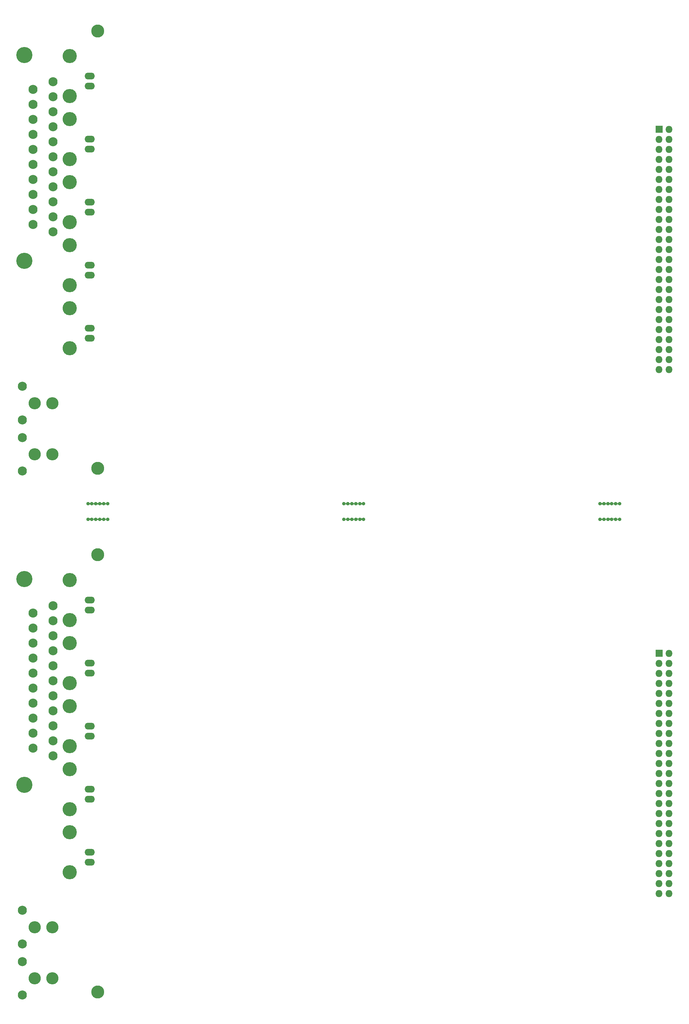
<source format=gbr>
G04 #@! TF.GenerationSoftware,KiCad,Pcbnew,(5.1.8)-1*
G04 #@! TF.CreationDate,2021-01-21T14:16:05+13:00*
G04 #@! TF.ProjectId,output.JVCardx4,6f757470-7574-42e4-9a56-436172647834,rev?*
G04 #@! TF.SameCoordinates,Original*
G04 #@! TF.FileFunction,Soldermask,Bot*
G04 #@! TF.FilePolarity,Negative*
%FSLAX46Y46*%
G04 Gerber Fmt 4.6, Leading zero omitted, Abs format (unit mm)*
G04 Created by KiCad (PCBNEW (5.1.8)-1) date 2021-01-21 14:16:06*
%MOMM*%
%LPD*%
G01*
G04 APERTURE LIST*
%ADD10O,3.102000X3.102000*%
%ADD11C,2.302000*%
%ADD12C,3.302000*%
%ADD13O,1.802000X1.802000*%
%ADD14O,2.602000X1.702000*%
%ADD15O,3.602000X3.602000*%
%ADD16C,4.102000*%
%ADD17C,0.902000*%
%ADD18C,0.100000*%
G04 APERTURE END LIST*
D10*
X21500000Y-250000000D03*
X17000000Y-250000000D03*
D11*
X13850000Y-245750000D03*
X13850000Y-254250000D03*
D12*
X33000000Y-155500000D03*
G36*
G01*
X174599000Y-181350000D02*
X174599000Y-179650000D01*
G75*
G02*
X174650000Y-179599000I51000J0D01*
G01*
X176350000Y-179599000D01*
G75*
G02*
X176401000Y-179650000I0J-51000D01*
G01*
X176401000Y-181350000D01*
G75*
G02*
X176350000Y-181401000I-51000J0D01*
G01*
X174650000Y-181401000D01*
G75*
G02*
X174599000Y-181350000I0J51000D01*
G01*
G37*
D13*
X178040000Y-180500000D03*
X175500000Y-183040000D03*
X178040000Y-183040000D03*
X175500000Y-185580000D03*
X178040000Y-185580000D03*
X175500000Y-188120000D03*
X178040000Y-188120000D03*
X175500000Y-190660000D03*
X178040000Y-190660000D03*
X175500000Y-193200000D03*
X178040000Y-193200000D03*
X175500000Y-195740000D03*
X178040000Y-195740000D03*
X175500000Y-198280000D03*
X178040000Y-198280000D03*
X175500000Y-200820000D03*
X178040000Y-200820000D03*
X175500000Y-203360000D03*
X178040000Y-203360000D03*
X175500000Y-205900000D03*
X178040000Y-205900000D03*
X175500000Y-208440000D03*
X178040000Y-208440000D03*
X175500000Y-210980000D03*
X178040000Y-210980000D03*
X175500000Y-213520000D03*
X178040000Y-213520000D03*
X175500000Y-216060000D03*
X178040000Y-216060000D03*
X175500000Y-218600000D03*
X178040000Y-218600000D03*
X175500000Y-221140000D03*
X178040000Y-221140000D03*
X175500000Y-223680000D03*
X178040000Y-223680000D03*
X175500000Y-226220000D03*
X178040000Y-226220000D03*
X175500000Y-228760000D03*
X178040000Y-228760000D03*
X175500000Y-231300000D03*
X178040000Y-231300000D03*
X175500000Y-233840000D03*
X178040000Y-233840000D03*
X175500000Y-236380000D03*
X178040000Y-236380000D03*
X175500000Y-238920000D03*
X178040000Y-238920000D03*
X175500000Y-241460000D03*
X178040000Y-241460000D03*
D12*
X33000000Y-266500000D03*
D10*
X21500000Y-263000000D03*
X17000000Y-263000000D03*
D11*
X13850000Y-258750000D03*
X13850000Y-267250000D03*
D14*
X31000000Y-217540000D03*
X31000000Y-215000000D03*
D15*
X25920000Y-209920000D03*
X25920000Y-220080000D03*
D14*
X31000000Y-201540000D03*
X31000000Y-199000000D03*
D15*
X25920000Y-193920000D03*
X25920000Y-204080000D03*
D11*
X21680000Y-206515000D03*
X21680000Y-168415000D03*
X16600000Y-174130000D03*
X21680000Y-172225000D03*
X16600000Y-177940000D03*
X21680000Y-176035000D03*
X16600000Y-181750000D03*
X21680000Y-179845000D03*
X16600000Y-170320000D03*
X21680000Y-183655000D03*
X16600000Y-185560000D03*
X21680000Y-187465000D03*
X16600000Y-189370000D03*
X21680000Y-191275000D03*
X16600000Y-193180000D03*
X21680000Y-195085000D03*
X16600000Y-196990000D03*
X21680000Y-198895000D03*
X16600000Y-200800000D03*
X21680000Y-202705000D03*
X16600000Y-204610000D03*
D16*
X14400000Y-161610000D03*
X14400000Y-213880000D03*
D14*
X31000000Y-185540000D03*
X31000000Y-183000000D03*
D15*
X25920000Y-177920000D03*
X25920000Y-188080000D03*
D14*
X31000000Y-169540000D03*
X31000000Y-167000000D03*
D15*
X25920000Y-161920000D03*
X25920000Y-172080000D03*
D14*
X31000000Y-233540000D03*
X31000000Y-231000000D03*
D15*
X25920000Y-225920000D03*
X25920000Y-236080000D03*
X25920000Y-103080000D03*
X25920000Y-92920000D03*
D14*
X31000000Y-98000000D03*
X31000000Y-100540000D03*
D15*
X25920000Y-39080000D03*
X25920000Y-28920000D03*
D14*
X31000000Y-34000000D03*
X31000000Y-36540000D03*
D15*
X25920000Y-87080000D03*
X25920000Y-76920000D03*
D14*
X31000000Y-82000000D03*
X31000000Y-84540000D03*
D15*
X25920000Y-55080000D03*
X25920000Y-44920000D03*
D14*
X31000000Y-50000000D03*
X31000000Y-52540000D03*
D15*
X25920000Y-71080000D03*
X25920000Y-60920000D03*
D14*
X31000000Y-66000000D03*
X31000000Y-68540000D03*
D16*
X14400000Y-80880000D03*
X14400000Y-28610000D03*
D11*
X16600000Y-71610000D03*
X21680000Y-69705000D03*
X16600000Y-67800000D03*
X21680000Y-65895000D03*
X16600000Y-63990000D03*
X21680000Y-62085000D03*
X16600000Y-60180000D03*
X21680000Y-58275000D03*
X16600000Y-56370000D03*
X21680000Y-54465000D03*
X16600000Y-52560000D03*
X21680000Y-50655000D03*
X16600000Y-37320000D03*
X21680000Y-46845000D03*
X16600000Y-48750000D03*
X21680000Y-43035000D03*
X16600000Y-44940000D03*
X21680000Y-39225000D03*
X16600000Y-41130000D03*
X21680000Y-35415000D03*
X21680000Y-73515000D03*
X13850000Y-134250000D03*
X13850000Y-125750000D03*
D10*
X17000000Y-130000000D03*
X21500000Y-130000000D03*
D11*
X13850000Y-121250000D03*
X13850000Y-112750000D03*
D10*
X17000000Y-117000000D03*
X21500000Y-117000000D03*
D13*
X178040000Y-108460000D03*
X175500000Y-108460000D03*
X178040000Y-105920000D03*
X175500000Y-105920000D03*
X178040000Y-103380000D03*
X175500000Y-103380000D03*
X178040000Y-100840000D03*
X175500000Y-100840000D03*
X178040000Y-98300000D03*
X175500000Y-98300000D03*
X178040000Y-95760000D03*
X175500000Y-95760000D03*
X178040000Y-93220000D03*
X175500000Y-93220000D03*
X178040000Y-90680000D03*
X175500000Y-90680000D03*
X178040000Y-88140000D03*
X175500000Y-88140000D03*
X178040000Y-85600000D03*
X175500000Y-85600000D03*
X178040000Y-83060000D03*
X175500000Y-83060000D03*
X178040000Y-80520000D03*
X175500000Y-80520000D03*
X178040000Y-77980000D03*
X175500000Y-77980000D03*
X178040000Y-75440000D03*
X175500000Y-75440000D03*
X178040000Y-72900000D03*
X175500000Y-72900000D03*
X178040000Y-70360000D03*
X175500000Y-70360000D03*
X178040000Y-67820000D03*
X175500000Y-67820000D03*
X178040000Y-65280000D03*
X175500000Y-65280000D03*
X178040000Y-62740000D03*
X175500000Y-62740000D03*
X178040000Y-60200000D03*
X175500000Y-60200000D03*
X178040000Y-57660000D03*
X175500000Y-57660000D03*
X178040000Y-55120000D03*
X175500000Y-55120000D03*
X178040000Y-52580000D03*
X175500000Y-52580000D03*
X178040000Y-50040000D03*
X175500000Y-50040000D03*
X178040000Y-47500000D03*
G36*
G01*
X174599000Y-48350000D02*
X174599000Y-46650000D01*
G75*
G02*
X174650000Y-46599000I51000J0D01*
G01*
X176350000Y-46599000D01*
G75*
G02*
X176401000Y-46650000I0J-51000D01*
G01*
X176401000Y-48350000D01*
G75*
G02*
X176350000Y-48401000I-51000J0D01*
G01*
X174650000Y-48401000D01*
G75*
G02*
X174599000Y-48350000I0J51000D01*
G01*
G37*
D12*
X33000000Y-22500000D03*
X33000000Y-133500000D03*
D17*
X95499950Y-142550000D03*
X96499970Y-142550000D03*
X97499990Y-142550000D03*
X98500010Y-142550000D03*
X99500030Y-142550000D03*
X100500050Y-142550000D03*
X100500050Y-146450000D03*
X99500030Y-146450000D03*
X98500010Y-146450000D03*
X97499990Y-146450000D03*
X96499970Y-146450000D03*
X95499950Y-146450000D03*
X160500002Y-142550000D03*
X161500005Y-142550000D03*
X162500008Y-142550000D03*
X163500011Y-142550000D03*
X164500014Y-142550000D03*
X165500017Y-142550000D03*
X165500020Y-146450000D03*
X164500017Y-146450000D03*
X163500014Y-146450000D03*
X162500011Y-146450000D03*
X161500008Y-146450000D03*
X160500005Y-146450000D03*
X30499980Y-142550000D03*
X31499983Y-142550000D03*
X32499986Y-142550000D03*
X33499989Y-142550000D03*
X34499992Y-142550000D03*
X35499995Y-142550000D03*
X35499998Y-146450000D03*
X34499995Y-146450000D03*
X33499992Y-146450000D03*
X32499989Y-146450000D03*
X31499986Y-146450000D03*
X30499983Y-146450000D03*
D18*
G36*
X163899820Y-146237373D02*
G01*
X163913050Y-146253493D01*
X163931687Y-146268789D01*
X163952951Y-146280153D01*
X163976026Y-146287153D01*
X164000017Y-146289516D01*
X164024008Y-146287153D01*
X164047083Y-146280153D01*
X164068347Y-146268787D01*
X164086983Y-146253492D01*
X164100209Y-146237376D01*
X164102081Y-146236672D01*
X164103627Y-146237941D01*
X164103603Y-146239410D01*
X164070361Y-146319664D01*
X164053189Y-146405993D01*
X164053189Y-146494007D01*
X164070361Y-146580336D01*
X164103603Y-146660590D01*
X164103342Y-146662573D01*
X164101494Y-146663338D01*
X164100209Y-146662624D01*
X164086983Y-146646507D01*
X164068346Y-146631212D01*
X164047082Y-146619847D01*
X164024007Y-146612847D01*
X164000016Y-146610484D01*
X163976025Y-146612847D01*
X163952950Y-146619847D01*
X163931686Y-146631212D01*
X163913049Y-146646507D01*
X163899821Y-146662627D01*
X163897949Y-146663331D01*
X163896403Y-146662063D01*
X163896427Y-146660593D01*
X163929670Y-146580336D01*
X163946842Y-146494007D01*
X163946842Y-146405993D01*
X163929670Y-146319664D01*
X163896426Y-146239407D01*
X163896687Y-146237424D01*
X163898535Y-146236659D01*
X163899820Y-146237373D01*
G37*
G36*
X161899814Y-146237373D02*
G01*
X161913044Y-146253493D01*
X161931681Y-146268789D01*
X161952945Y-146280153D01*
X161976020Y-146287153D01*
X162000011Y-146289516D01*
X162024002Y-146287153D01*
X162047077Y-146280153D01*
X162068341Y-146268787D01*
X162086977Y-146253492D01*
X162100203Y-146237376D01*
X162102075Y-146236672D01*
X162103621Y-146237941D01*
X162103597Y-146239410D01*
X162070355Y-146319664D01*
X162053183Y-146405993D01*
X162053183Y-146494007D01*
X162070355Y-146580336D01*
X162103597Y-146660590D01*
X162103336Y-146662573D01*
X162101488Y-146663338D01*
X162100203Y-146662624D01*
X162086977Y-146646507D01*
X162068340Y-146631212D01*
X162047076Y-146619847D01*
X162024001Y-146612847D01*
X162000010Y-146610484D01*
X161976019Y-146612847D01*
X161952944Y-146619847D01*
X161931680Y-146631212D01*
X161913043Y-146646507D01*
X161899815Y-146662627D01*
X161897943Y-146663331D01*
X161896397Y-146662063D01*
X161896421Y-146660593D01*
X161929664Y-146580336D01*
X161946836Y-146494007D01*
X161946836Y-146405993D01*
X161929664Y-146319664D01*
X161896420Y-146239407D01*
X161896681Y-146237424D01*
X161898529Y-146236659D01*
X161899814Y-146237373D01*
G37*
G36*
X31899792Y-146237373D02*
G01*
X31913022Y-146253493D01*
X31931659Y-146268789D01*
X31952923Y-146280153D01*
X31975998Y-146287153D01*
X31999989Y-146289516D01*
X32023980Y-146287153D01*
X32047055Y-146280153D01*
X32068319Y-146268787D01*
X32086955Y-146253492D01*
X32100181Y-146237376D01*
X32102053Y-146236672D01*
X32103599Y-146237941D01*
X32103575Y-146239410D01*
X32070333Y-146319664D01*
X32053161Y-146405993D01*
X32053161Y-146494007D01*
X32070333Y-146580336D01*
X32103575Y-146660590D01*
X32103314Y-146662573D01*
X32101466Y-146663338D01*
X32100181Y-146662624D01*
X32086955Y-146646507D01*
X32068318Y-146631212D01*
X32047054Y-146619847D01*
X32023979Y-146612847D01*
X31999988Y-146610484D01*
X31975997Y-146612847D01*
X31952922Y-146619847D01*
X31931658Y-146631212D01*
X31913021Y-146646507D01*
X31899793Y-146662627D01*
X31897921Y-146663331D01*
X31896375Y-146662063D01*
X31896399Y-146660593D01*
X31929642Y-146580336D01*
X31946814Y-146494007D01*
X31946814Y-146405993D01*
X31929642Y-146319664D01*
X31896398Y-146239407D01*
X31896659Y-146237424D01*
X31898507Y-146236659D01*
X31899792Y-146237373D01*
G37*
G36*
X30899789Y-146237373D02*
G01*
X30913019Y-146253493D01*
X30931656Y-146268789D01*
X30952920Y-146280153D01*
X30975995Y-146287153D01*
X30999986Y-146289516D01*
X31023977Y-146287153D01*
X31047052Y-146280153D01*
X31068316Y-146268787D01*
X31086952Y-146253492D01*
X31100178Y-146237376D01*
X31102050Y-146236672D01*
X31103596Y-146237941D01*
X31103572Y-146239410D01*
X31070330Y-146319664D01*
X31053158Y-146405993D01*
X31053158Y-146494007D01*
X31070330Y-146580336D01*
X31103572Y-146660590D01*
X31103311Y-146662573D01*
X31101463Y-146663338D01*
X31100178Y-146662624D01*
X31086952Y-146646507D01*
X31068315Y-146631212D01*
X31047051Y-146619847D01*
X31023976Y-146612847D01*
X30999985Y-146610484D01*
X30975994Y-146612847D01*
X30952919Y-146619847D01*
X30931655Y-146631212D01*
X30913018Y-146646507D01*
X30899790Y-146662627D01*
X30897918Y-146663331D01*
X30896372Y-146662063D01*
X30896396Y-146660593D01*
X30929639Y-146580336D01*
X30946811Y-146494007D01*
X30946811Y-146405993D01*
X30929639Y-146319664D01*
X30896395Y-146239407D01*
X30896656Y-146237424D01*
X30898504Y-146236659D01*
X30899789Y-146237373D01*
G37*
G36*
X162899817Y-146237373D02*
G01*
X162913047Y-146253493D01*
X162931684Y-146268789D01*
X162952948Y-146280153D01*
X162976023Y-146287153D01*
X163000014Y-146289516D01*
X163024005Y-146287153D01*
X163047080Y-146280153D01*
X163068344Y-146268787D01*
X163086980Y-146253492D01*
X163100206Y-146237376D01*
X163102078Y-146236672D01*
X163103624Y-146237941D01*
X163103600Y-146239410D01*
X163070358Y-146319664D01*
X163053186Y-146405993D01*
X163053186Y-146494007D01*
X163070358Y-146580336D01*
X163103600Y-146660590D01*
X163103339Y-146662573D01*
X163101491Y-146663338D01*
X163100206Y-146662624D01*
X163086980Y-146646507D01*
X163068343Y-146631212D01*
X163047079Y-146619847D01*
X163024004Y-146612847D01*
X163000013Y-146610484D01*
X162976022Y-146612847D01*
X162952947Y-146619847D01*
X162931683Y-146631212D01*
X162913046Y-146646507D01*
X162899818Y-146662627D01*
X162897946Y-146663331D01*
X162896400Y-146662063D01*
X162896424Y-146660593D01*
X162929667Y-146580336D01*
X162946839Y-146494007D01*
X162946839Y-146405993D01*
X162929667Y-146319664D01*
X162896423Y-146239407D01*
X162896684Y-146237424D01*
X162898532Y-146236659D01*
X162899817Y-146237373D01*
G37*
G36*
X33899798Y-146237373D02*
G01*
X33913028Y-146253493D01*
X33931665Y-146268789D01*
X33952929Y-146280153D01*
X33976004Y-146287153D01*
X33999995Y-146289516D01*
X34023986Y-146287153D01*
X34047061Y-146280153D01*
X34068325Y-146268787D01*
X34086961Y-146253492D01*
X34100187Y-146237376D01*
X34102059Y-146236672D01*
X34103605Y-146237941D01*
X34103581Y-146239410D01*
X34070339Y-146319664D01*
X34053167Y-146405993D01*
X34053167Y-146494007D01*
X34070339Y-146580336D01*
X34103581Y-146660590D01*
X34103320Y-146662573D01*
X34101472Y-146663338D01*
X34100187Y-146662624D01*
X34086961Y-146646507D01*
X34068324Y-146631212D01*
X34047060Y-146619847D01*
X34023985Y-146612847D01*
X33999994Y-146610484D01*
X33976003Y-146612847D01*
X33952928Y-146619847D01*
X33931664Y-146631212D01*
X33913027Y-146646507D01*
X33899799Y-146662627D01*
X33897927Y-146663331D01*
X33896381Y-146662063D01*
X33896405Y-146660593D01*
X33929648Y-146580336D01*
X33946820Y-146494007D01*
X33946820Y-146405993D01*
X33929648Y-146319664D01*
X33896404Y-146239407D01*
X33896665Y-146237424D01*
X33898513Y-146236659D01*
X33899798Y-146237373D01*
G37*
G36*
X160899811Y-146237373D02*
G01*
X160913041Y-146253493D01*
X160931678Y-146268789D01*
X160952942Y-146280153D01*
X160976017Y-146287153D01*
X161000008Y-146289516D01*
X161023999Y-146287153D01*
X161047074Y-146280153D01*
X161068338Y-146268787D01*
X161086974Y-146253492D01*
X161100200Y-146237376D01*
X161102072Y-146236672D01*
X161103618Y-146237941D01*
X161103594Y-146239410D01*
X161070352Y-146319664D01*
X161053180Y-146405993D01*
X161053180Y-146494007D01*
X161070352Y-146580336D01*
X161103594Y-146660590D01*
X161103333Y-146662573D01*
X161101485Y-146663338D01*
X161100200Y-146662624D01*
X161086974Y-146646507D01*
X161068337Y-146631212D01*
X161047073Y-146619847D01*
X161023998Y-146612847D01*
X161000007Y-146610484D01*
X160976016Y-146612847D01*
X160952941Y-146619847D01*
X160931677Y-146631212D01*
X160913040Y-146646507D01*
X160899812Y-146662627D01*
X160897940Y-146663331D01*
X160896394Y-146662063D01*
X160896418Y-146660593D01*
X160929661Y-146580336D01*
X160946833Y-146494007D01*
X160946833Y-146405993D01*
X160929661Y-146319664D01*
X160896417Y-146239407D01*
X160896678Y-146237424D01*
X160898526Y-146236659D01*
X160899811Y-146237373D01*
G37*
G36*
X34899801Y-146237373D02*
G01*
X34913031Y-146253493D01*
X34931668Y-146268789D01*
X34952932Y-146280153D01*
X34976007Y-146287153D01*
X34999998Y-146289516D01*
X35023989Y-146287153D01*
X35047064Y-146280153D01*
X35068328Y-146268787D01*
X35086964Y-146253492D01*
X35100190Y-146237376D01*
X35102062Y-146236672D01*
X35103608Y-146237941D01*
X35103584Y-146239410D01*
X35070342Y-146319664D01*
X35053170Y-146405993D01*
X35053170Y-146494007D01*
X35070342Y-146580336D01*
X35103584Y-146660590D01*
X35103323Y-146662573D01*
X35101475Y-146663338D01*
X35100190Y-146662624D01*
X35086964Y-146646507D01*
X35068327Y-146631212D01*
X35047063Y-146619847D01*
X35023988Y-146612847D01*
X34999997Y-146610484D01*
X34976006Y-146612847D01*
X34952931Y-146619847D01*
X34931667Y-146631212D01*
X34913030Y-146646507D01*
X34899802Y-146662627D01*
X34897930Y-146663331D01*
X34896384Y-146662063D01*
X34896408Y-146660593D01*
X34929651Y-146580336D01*
X34946823Y-146494007D01*
X34946823Y-146405993D01*
X34929651Y-146319664D01*
X34896407Y-146239407D01*
X34896668Y-146237424D01*
X34898516Y-146236659D01*
X34899801Y-146237373D01*
G37*
G36*
X32899795Y-146237373D02*
G01*
X32913025Y-146253493D01*
X32931662Y-146268789D01*
X32952926Y-146280153D01*
X32976001Y-146287153D01*
X32999992Y-146289516D01*
X33023983Y-146287153D01*
X33047058Y-146280153D01*
X33068322Y-146268787D01*
X33086958Y-146253492D01*
X33100184Y-146237376D01*
X33102056Y-146236672D01*
X33103602Y-146237941D01*
X33103578Y-146239410D01*
X33070336Y-146319664D01*
X33053164Y-146405993D01*
X33053164Y-146494007D01*
X33070336Y-146580336D01*
X33103578Y-146660590D01*
X33103317Y-146662573D01*
X33101469Y-146663338D01*
X33100184Y-146662624D01*
X33086958Y-146646507D01*
X33068321Y-146631212D01*
X33047057Y-146619847D01*
X33023982Y-146612847D01*
X32999991Y-146610484D01*
X32976000Y-146612847D01*
X32952925Y-146619847D01*
X32931661Y-146631212D01*
X32913024Y-146646507D01*
X32899796Y-146662627D01*
X32897924Y-146663331D01*
X32896378Y-146662063D01*
X32896402Y-146660593D01*
X32929645Y-146580336D01*
X32946817Y-146494007D01*
X32946817Y-146405993D01*
X32929645Y-146319664D01*
X32896401Y-146239407D01*
X32896662Y-146237424D01*
X32898510Y-146236659D01*
X32899795Y-146237373D01*
G37*
G36*
X164899823Y-146237373D02*
G01*
X164913053Y-146253493D01*
X164931690Y-146268789D01*
X164952954Y-146280153D01*
X164976029Y-146287153D01*
X165000020Y-146289516D01*
X165024011Y-146287153D01*
X165047086Y-146280153D01*
X165068350Y-146268787D01*
X165086986Y-146253492D01*
X165100212Y-146237376D01*
X165102084Y-146236672D01*
X165103630Y-146237941D01*
X165103606Y-146239410D01*
X165070364Y-146319664D01*
X165053192Y-146405993D01*
X165053192Y-146494007D01*
X165070364Y-146580336D01*
X165103606Y-146660590D01*
X165103345Y-146662573D01*
X165101497Y-146663338D01*
X165100212Y-146662624D01*
X165086986Y-146646507D01*
X165068349Y-146631212D01*
X165047085Y-146619847D01*
X165024010Y-146612847D01*
X165000019Y-146610484D01*
X164976028Y-146612847D01*
X164952953Y-146619847D01*
X164931689Y-146631212D01*
X164913052Y-146646507D01*
X164899824Y-146662627D01*
X164897952Y-146663331D01*
X164896406Y-146662063D01*
X164896430Y-146660593D01*
X164929673Y-146580336D01*
X164946845Y-146494007D01*
X164946845Y-146405993D01*
X164929673Y-146319664D01*
X164896429Y-146239407D01*
X164896690Y-146237424D01*
X164898538Y-146236659D01*
X164899823Y-146237373D01*
G37*
G36*
X99899839Y-146237380D02*
G01*
X99913074Y-146253506D01*
X99931711Y-146268801D01*
X99952974Y-146280166D01*
X99976049Y-146287166D01*
X100000040Y-146289529D01*
X100024032Y-146287166D01*
X100047106Y-146280166D01*
X100068370Y-146268801D01*
X100087007Y-146253505D01*
X100100241Y-146237380D01*
X100102113Y-146236676D01*
X100103659Y-146237945D01*
X100103635Y-146239414D01*
X100070394Y-146319664D01*
X100053222Y-146405993D01*
X100053222Y-146494007D01*
X100070394Y-146580336D01*
X100103635Y-146660586D01*
X100103374Y-146662569D01*
X100101526Y-146663334D01*
X100100241Y-146662620D01*
X100087006Y-146646494D01*
X100068369Y-146631199D01*
X100047106Y-146619834D01*
X100024031Y-146612834D01*
X100000040Y-146610471D01*
X99976048Y-146612834D01*
X99952974Y-146619834D01*
X99931710Y-146631199D01*
X99913073Y-146646495D01*
X99899839Y-146662620D01*
X99897967Y-146663324D01*
X99896421Y-146662055D01*
X99896445Y-146660586D01*
X99929686Y-146580336D01*
X99946858Y-146494007D01*
X99946858Y-146405993D01*
X99929686Y-146319664D01*
X99896445Y-146239414D01*
X99896706Y-146237431D01*
X99898554Y-146236666D01*
X99899839Y-146237380D01*
G37*
G36*
X97899799Y-146237380D02*
G01*
X97913034Y-146253506D01*
X97931671Y-146268801D01*
X97952934Y-146280166D01*
X97976009Y-146287166D01*
X98000000Y-146289529D01*
X98023992Y-146287166D01*
X98047066Y-146280166D01*
X98068330Y-146268801D01*
X98086967Y-146253505D01*
X98100201Y-146237380D01*
X98102073Y-146236676D01*
X98103619Y-146237945D01*
X98103595Y-146239414D01*
X98070354Y-146319664D01*
X98053182Y-146405993D01*
X98053182Y-146494007D01*
X98070354Y-146580336D01*
X98103595Y-146660586D01*
X98103334Y-146662569D01*
X98101486Y-146663334D01*
X98100201Y-146662620D01*
X98086966Y-146646494D01*
X98068329Y-146631199D01*
X98047066Y-146619834D01*
X98023991Y-146612834D01*
X98000000Y-146610471D01*
X97976008Y-146612834D01*
X97952934Y-146619834D01*
X97931670Y-146631199D01*
X97913033Y-146646495D01*
X97899799Y-146662620D01*
X97897927Y-146663324D01*
X97896381Y-146662055D01*
X97896405Y-146660586D01*
X97929646Y-146580336D01*
X97946818Y-146494007D01*
X97946818Y-146405993D01*
X97929646Y-146319664D01*
X97896405Y-146239414D01*
X97896666Y-146237431D01*
X97898514Y-146236666D01*
X97899799Y-146237380D01*
G37*
G36*
X95899759Y-146237380D02*
G01*
X95912994Y-146253506D01*
X95931631Y-146268801D01*
X95952894Y-146280166D01*
X95975969Y-146287166D01*
X95999960Y-146289529D01*
X96023952Y-146287166D01*
X96047026Y-146280166D01*
X96068290Y-146268801D01*
X96086927Y-146253505D01*
X96100161Y-146237380D01*
X96102033Y-146236676D01*
X96103579Y-146237945D01*
X96103555Y-146239414D01*
X96070314Y-146319664D01*
X96053142Y-146405993D01*
X96053142Y-146494007D01*
X96070314Y-146580336D01*
X96103555Y-146660586D01*
X96103294Y-146662569D01*
X96101446Y-146663334D01*
X96100161Y-146662620D01*
X96086926Y-146646494D01*
X96068289Y-146631199D01*
X96047026Y-146619834D01*
X96023951Y-146612834D01*
X95999960Y-146610471D01*
X95975968Y-146612834D01*
X95952894Y-146619834D01*
X95931630Y-146631199D01*
X95912993Y-146646495D01*
X95899759Y-146662620D01*
X95897887Y-146663324D01*
X95896341Y-146662055D01*
X95896365Y-146660586D01*
X95929606Y-146580336D01*
X95946778Y-146494007D01*
X95946778Y-146405993D01*
X95929606Y-146319664D01*
X95896365Y-146239414D01*
X95896626Y-146237431D01*
X95898474Y-146236666D01*
X95899759Y-146237380D01*
G37*
G36*
X98899819Y-146237380D02*
G01*
X98913054Y-146253506D01*
X98931691Y-146268801D01*
X98952954Y-146280166D01*
X98976029Y-146287166D01*
X99000020Y-146289529D01*
X99024012Y-146287166D01*
X99047086Y-146280166D01*
X99068350Y-146268801D01*
X99086987Y-146253505D01*
X99100221Y-146237380D01*
X99102093Y-146236676D01*
X99103639Y-146237945D01*
X99103615Y-146239414D01*
X99070374Y-146319664D01*
X99053202Y-146405993D01*
X99053202Y-146494007D01*
X99070374Y-146580336D01*
X99103615Y-146660586D01*
X99103354Y-146662569D01*
X99101506Y-146663334D01*
X99100221Y-146662620D01*
X99086986Y-146646494D01*
X99068349Y-146631199D01*
X99047086Y-146619834D01*
X99024011Y-146612834D01*
X99000020Y-146610471D01*
X98976028Y-146612834D01*
X98952954Y-146619834D01*
X98931690Y-146631199D01*
X98913053Y-146646495D01*
X98899819Y-146662620D01*
X98897947Y-146663324D01*
X98896401Y-146662055D01*
X98896425Y-146660586D01*
X98929666Y-146580336D01*
X98946838Y-146494007D01*
X98946838Y-146405993D01*
X98929666Y-146319664D01*
X98896425Y-146239414D01*
X98896686Y-146237431D01*
X98898534Y-146236666D01*
X98899819Y-146237380D01*
G37*
G36*
X96899779Y-146237380D02*
G01*
X96913014Y-146253506D01*
X96931651Y-146268801D01*
X96952914Y-146280166D01*
X96975989Y-146287166D01*
X96999980Y-146289529D01*
X97023972Y-146287166D01*
X97047046Y-146280166D01*
X97068310Y-146268801D01*
X97086947Y-146253505D01*
X97100181Y-146237380D01*
X97102053Y-146236676D01*
X97103599Y-146237945D01*
X97103575Y-146239414D01*
X97070334Y-146319664D01*
X97053162Y-146405993D01*
X97053162Y-146494007D01*
X97070334Y-146580336D01*
X97103575Y-146660586D01*
X97103314Y-146662569D01*
X97101466Y-146663334D01*
X97100181Y-146662620D01*
X97086946Y-146646494D01*
X97068309Y-146631199D01*
X97047046Y-146619834D01*
X97023971Y-146612834D01*
X96999980Y-146610471D01*
X96975988Y-146612834D01*
X96952914Y-146619834D01*
X96931650Y-146631199D01*
X96913013Y-146646495D01*
X96899779Y-146662620D01*
X96897907Y-146663324D01*
X96896361Y-146662055D01*
X96896385Y-146660586D01*
X96929626Y-146580336D01*
X96946798Y-146494007D01*
X96946798Y-146405993D01*
X96929626Y-146319664D01*
X96896385Y-146239414D01*
X96896646Y-146237431D01*
X96898494Y-146236666D01*
X96899779Y-146237380D01*
G37*
G36*
X34899798Y-142337373D02*
G01*
X34913028Y-142353493D01*
X34931665Y-142368789D01*
X34952929Y-142380153D01*
X34976004Y-142387153D01*
X34999995Y-142389516D01*
X35023986Y-142387153D01*
X35047061Y-142380153D01*
X35068325Y-142368787D01*
X35086961Y-142353492D01*
X35100187Y-142337376D01*
X35102059Y-142336672D01*
X35103605Y-142337941D01*
X35103581Y-142339410D01*
X35070339Y-142419664D01*
X35053167Y-142505993D01*
X35053167Y-142594007D01*
X35070339Y-142680336D01*
X35103581Y-142760590D01*
X35103320Y-142762573D01*
X35101472Y-142763338D01*
X35100187Y-142762624D01*
X35086961Y-142746507D01*
X35068324Y-142731212D01*
X35047060Y-142719847D01*
X35023985Y-142712847D01*
X34999994Y-142710484D01*
X34976003Y-142712847D01*
X34952928Y-142719847D01*
X34931664Y-142731212D01*
X34913027Y-142746507D01*
X34899799Y-142762627D01*
X34897927Y-142763331D01*
X34896381Y-142762063D01*
X34896405Y-142760593D01*
X34929648Y-142680336D01*
X34946820Y-142594007D01*
X34946820Y-142505993D01*
X34929648Y-142419664D01*
X34896404Y-142339407D01*
X34896665Y-142337424D01*
X34898513Y-142336659D01*
X34899798Y-142337373D01*
G37*
G36*
X161899811Y-142337373D02*
G01*
X161913041Y-142353493D01*
X161931678Y-142368789D01*
X161952942Y-142380153D01*
X161976017Y-142387153D01*
X162000008Y-142389516D01*
X162023999Y-142387153D01*
X162047074Y-142380153D01*
X162068338Y-142368787D01*
X162086974Y-142353492D01*
X162100200Y-142337376D01*
X162102072Y-142336672D01*
X162103618Y-142337941D01*
X162103594Y-142339410D01*
X162070352Y-142419664D01*
X162053180Y-142505993D01*
X162053180Y-142594007D01*
X162070352Y-142680336D01*
X162103594Y-142760590D01*
X162103333Y-142762573D01*
X162101485Y-142763338D01*
X162100200Y-142762624D01*
X162086974Y-142746507D01*
X162068337Y-142731212D01*
X162047073Y-142719847D01*
X162023998Y-142712847D01*
X162000007Y-142710484D01*
X161976016Y-142712847D01*
X161952941Y-142719847D01*
X161931677Y-142731212D01*
X161913040Y-142746507D01*
X161899812Y-142762627D01*
X161897940Y-142763331D01*
X161896394Y-142762063D01*
X161896418Y-142760593D01*
X161929661Y-142680336D01*
X161946833Y-142594007D01*
X161946833Y-142505993D01*
X161929661Y-142419664D01*
X161896417Y-142339407D01*
X161896678Y-142337424D01*
X161898526Y-142336659D01*
X161899811Y-142337373D01*
G37*
G36*
X163899817Y-142337373D02*
G01*
X163913047Y-142353493D01*
X163931684Y-142368789D01*
X163952948Y-142380153D01*
X163976023Y-142387153D01*
X164000014Y-142389516D01*
X164024005Y-142387153D01*
X164047080Y-142380153D01*
X164068344Y-142368787D01*
X164086980Y-142353492D01*
X164100206Y-142337376D01*
X164102078Y-142336672D01*
X164103624Y-142337941D01*
X164103600Y-142339410D01*
X164070358Y-142419664D01*
X164053186Y-142505993D01*
X164053186Y-142594007D01*
X164070358Y-142680336D01*
X164103600Y-142760590D01*
X164103339Y-142762573D01*
X164101491Y-142763338D01*
X164100206Y-142762624D01*
X164086980Y-142746507D01*
X164068343Y-142731212D01*
X164047079Y-142719847D01*
X164024004Y-142712847D01*
X164000013Y-142710484D01*
X163976022Y-142712847D01*
X163952947Y-142719847D01*
X163931683Y-142731212D01*
X163913046Y-142746507D01*
X163899818Y-142762627D01*
X163897946Y-142763331D01*
X163896400Y-142762063D01*
X163896424Y-142760593D01*
X163929667Y-142680336D01*
X163946839Y-142594007D01*
X163946839Y-142505993D01*
X163929667Y-142419664D01*
X163896423Y-142339407D01*
X163896684Y-142337424D01*
X163898532Y-142336659D01*
X163899817Y-142337373D01*
G37*
G36*
X32899792Y-142337373D02*
G01*
X32913022Y-142353493D01*
X32931659Y-142368789D01*
X32952923Y-142380153D01*
X32975998Y-142387153D01*
X32999989Y-142389516D01*
X33023980Y-142387153D01*
X33047055Y-142380153D01*
X33068319Y-142368787D01*
X33086955Y-142353492D01*
X33100181Y-142337376D01*
X33102053Y-142336672D01*
X33103599Y-142337941D01*
X33103575Y-142339410D01*
X33070333Y-142419664D01*
X33053161Y-142505993D01*
X33053161Y-142594007D01*
X33070333Y-142680336D01*
X33103575Y-142760590D01*
X33103314Y-142762573D01*
X33101466Y-142763338D01*
X33100181Y-142762624D01*
X33086955Y-142746507D01*
X33068318Y-142731212D01*
X33047054Y-142719847D01*
X33023979Y-142712847D01*
X32999988Y-142710484D01*
X32975997Y-142712847D01*
X32952922Y-142719847D01*
X32931658Y-142731212D01*
X32913021Y-142746507D01*
X32899793Y-142762627D01*
X32897921Y-142763331D01*
X32896375Y-142762063D01*
X32896399Y-142760593D01*
X32929642Y-142680336D01*
X32946814Y-142594007D01*
X32946814Y-142505993D01*
X32929642Y-142419664D01*
X32896398Y-142339407D01*
X32896659Y-142337424D01*
X32898507Y-142336659D01*
X32899792Y-142337373D01*
G37*
G36*
X30899786Y-142337373D02*
G01*
X30913016Y-142353493D01*
X30931653Y-142368789D01*
X30952917Y-142380153D01*
X30975992Y-142387153D01*
X30999983Y-142389516D01*
X31023974Y-142387153D01*
X31047049Y-142380153D01*
X31068313Y-142368787D01*
X31086949Y-142353492D01*
X31100175Y-142337376D01*
X31102047Y-142336672D01*
X31103593Y-142337941D01*
X31103569Y-142339410D01*
X31070327Y-142419664D01*
X31053155Y-142505993D01*
X31053155Y-142594007D01*
X31070327Y-142680336D01*
X31103569Y-142760590D01*
X31103308Y-142762573D01*
X31101460Y-142763338D01*
X31100175Y-142762624D01*
X31086949Y-142746507D01*
X31068312Y-142731212D01*
X31047048Y-142719847D01*
X31023973Y-142712847D01*
X30999982Y-142710484D01*
X30975991Y-142712847D01*
X30952916Y-142719847D01*
X30931652Y-142731212D01*
X30913015Y-142746507D01*
X30899787Y-142762627D01*
X30897915Y-142763331D01*
X30896369Y-142762063D01*
X30896393Y-142760593D01*
X30929636Y-142680336D01*
X30946808Y-142594007D01*
X30946808Y-142505993D01*
X30929636Y-142419664D01*
X30896392Y-142339407D01*
X30896653Y-142337424D01*
X30898501Y-142336659D01*
X30899786Y-142337373D01*
G37*
G36*
X164899820Y-142337373D02*
G01*
X164913050Y-142353493D01*
X164931687Y-142368789D01*
X164952951Y-142380153D01*
X164976026Y-142387153D01*
X165000017Y-142389516D01*
X165024008Y-142387153D01*
X165047083Y-142380153D01*
X165068347Y-142368787D01*
X165086983Y-142353492D01*
X165100209Y-142337376D01*
X165102081Y-142336672D01*
X165103627Y-142337941D01*
X165103603Y-142339410D01*
X165070361Y-142419664D01*
X165053189Y-142505993D01*
X165053189Y-142594007D01*
X165070361Y-142680336D01*
X165103603Y-142760590D01*
X165103342Y-142762573D01*
X165101494Y-142763338D01*
X165100209Y-142762624D01*
X165086983Y-142746507D01*
X165068346Y-142731212D01*
X165047082Y-142719847D01*
X165024007Y-142712847D01*
X165000016Y-142710484D01*
X164976025Y-142712847D01*
X164952950Y-142719847D01*
X164931686Y-142731212D01*
X164913049Y-142746507D01*
X164899821Y-142762627D01*
X164897949Y-142763331D01*
X164896403Y-142762063D01*
X164896427Y-142760593D01*
X164929670Y-142680336D01*
X164946842Y-142594007D01*
X164946842Y-142505993D01*
X164929670Y-142419664D01*
X164896426Y-142339407D01*
X164896687Y-142337424D01*
X164898535Y-142336659D01*
X164899820Y-142337373D01*
G37*
G36*
X33899795Y-142337373D02*
G01*
X33913025Y-142353493D01*
X33931662Y-142368789D01*
X33952926Y-142380153D01*
X33976001Y-142387153D01*
X33999992Y-142389516D01*
X34023983Y-142387153D01*
X34047058Y-142380153D01*
X34068322Y-142368787D01*
X34086958Y-142353492D01*
X34100184Y-142337376D01*
X34102056Y-142336672D01*
X34103602Y-142337941D01*
X34103578Y-142339410D01*
X34070336Y-142419664D01*
X34053164Y-142505993D01*
X34053164Y-142594007D01*
X34070336Y-142680336D01*
X34103578Y-142760590D01*
X34103317Y-142762573D01*
X34101469Y-142763338D01*
X34100184Y-142762624D01*
X34086958Y-142746507D01*
X34068321Y-142731212D01*
X34047057Y-142719847D01*
X34023982Y-142712847D01*
X33999991Y-142710484D01*
X33976000Y-142712847D01*
X33952925Y-142719847D01*
X33931661Y-142731212D01*
X33913024Y-142746507D01*
X33899796Y-142762627D01*
X33897924Y-142763331D01*
X33896378Y-142762063D01*
X33896402Y-142760593D01*
X33929645Y-142680336D01*
X33946817Y-142594007D01*
X33946817Y-142505993D01*
X33929645Y-142419664D01*
X33896401Y-142339407D01*
X33896662Y-142337424D01*
X33898510Y-142336659D01*
X33899795Y-142337373D01*
G37*
G36*
X31899789Y-142337373D02*
G01*
X31913019Y-142353493D01*
X31931656Y-142368789D01*
X31952920Y-142380153D01*
X31975995Y-142387153D01*
X31999986Y-142389516D01*
X32023977Y-142387153D01*
X32047052Y-142380153D01*
X32068316Y-142368787D01*
X32086952Y-142353492D01*
X32100178Y-142337376D01*
X32102050Y-142336672D01*
X32103596Y-142337941D01*
X32103572Y-142339410D01*
X32070330Y-142419664D01*
X32053158Y-142505993D01*
X32053158Y-142594007D01*
X32070330Y-142680336D01*
X32103572Y-142760590D01*
X32103311Y-142762573D01*
X32101463Y-142763338D01*
X32100178Y-142762624D01*
X32086952Y-142746507D01*
X32068315Y-142731212D01*
X32047051Y-142719847D01*
X32023976Y-142712847D01*
X31999985Y-142710484D01*
X31975994Y-142712847D01*
X31952919Y-142719847D01*
X31931655Y-142731212D01*
X31913018Y-142746507D01*
X31899790Y-142762627D01*
X31897918Y-142763331D01*
X31896372Y-142762063D01*
X31896396Y-142760593D01*
X31929639Y-142680336D01*
X31946811Y-142594007D01*
X31946811Y-142505993D01*
X31929639Y-142419664D01*
X31896395Y-142339407D01*
X31896656Y-142337424D01*
X31898504Y-142336659D01*
X31899789Y-142337373D01*
G37*
G36*
X162899814Y-142337373D02*
G01*
X162913044Y-142353493D01*
X162931681Y-142368789D01*
X162952945Y-142380153D01*
X162976020Y-142387153D01*
X163000011Y-142389516D01*
X163024002Y-142387153D01*
X163047077Y-142380153D01*
X163068341Y-142368787D01*
X163086977Y-142353492D01*
X163100203Y-142337376D01*
X163102075Y-142336672D01*
X163103621Y-142337941D01*
X163103597Y-142339410D01*
X163070355Y-142419664D01*
X163053183Y-142505993D01*
X163053183Y-142594007D01*
X163070355Y-142680336D01*
X163103597Y-142760590D01*
X163103336Y-142762573D01*
X163101488Y-142763338D01*
X163100203Y-142762624D01*
X163086977Y-142746507D01*
X163068340Y-142731212D01*
X163047076Y-142719847D01*
X163024001Y-142712847D01*
X163000010Y-142710484D01*
X162976019Y-142712847D01*
X162952944Y-142719847D01*
X162931680Y-142731212D01*
X162913043Y-142746507D01*
X162899815Y-142762627D01*
X162897943Y-142763331D01*
X162896397Y-142762063D01*
X162896421Y-142760593D01*
X162929664Y-142680336D01*
X162946836Y-142594007D01*
X162946836Y-142505993D01*
X162929664Y-142419664D01*
X162896420Y-142339407D01*
X162896681Y-142337424D01*
X162898529Y-142336659D01*
X162899814Y-142337373D01*
G37*
G36*
X160899808Y-142337373D02*
G01*
X160913038Y-142353493D01*
X160931675Y-142368789D01*
X160952939Y-142380153D01*
X160976014Y-142387153D01*
X161000005Y-142389516D01*
X161023996Y-142387153D01*
X161047071Y-142380153D01*
X161068335Y-142368787D01*
X161086971Y-142353492D01*
X161100197Y-142337376D01*
X161102069Y-142336672D01*
X161103615Y-142337941D01*
X161103591Y-142339410D01*
X161070349Y-142419664D01*
X161053177Y-142505993D01*
X161053177Y-142594007D01*
X161070349Y-142680336D01*
X161103591Y-142760590D01*
X161103330Y-142762573D01*
X161101482Y-142763338D01*
X161100197Y-142762624D01*
X161086971Y-142746507D01*
X161068334Y-142731212D01*
X161047070Y-142719847D01*
X161023995Y-142712847D01*
X161000004Y-142710484D01*
X160976013Y-142712847D01*
X160952938Y-142719847D01*
X160931674Y-142731212D01*
X160913037Y-142746507D01*
X160899809Y-142762627D01*
X160897937Y-142763331D01*
X160896391Y-142762063D01*
X160896415Y-142760593D01*
X160929658Y-142680336D01*
X160946830Y-142594007D01*
X160946830Y-142505993D01*
X160929658Y-142419664D01*
X160896414Y-142339407D01*
X160896675Y-142337424D01*
X160898523Y-142336659D01*
X160899808Y-142337373D01*
G37*
G36*
X98899819Y-142337380D02*
G01*
X98913054Y-142353506D01*
X98931691Y-142368801D01*
X98952954Y-142380166D01*
X98976029Y-142387166D01*
X99000020Y-142389529D01*
X99024012Y-142387166D01*
X99047086Y-142380166D01*
X99068350Y-142368801D01*
X99086987Y-142353505D01*
X99100221Y-142337380D01*
X99102093Y-142336676D01*
X99103639Y-142337945D01*
X99103615Y-142339414D01*
X99070374Y-142419664D01*
X99053202Y-142505993D01*
X99053202Y-142594007D01*
X99070374Y-142680336D01*
X99103615Y-142760586D01*
X99103354Y-142762569D01*
X99101506Y-142763334D01*
X99100221Y-142762620D01*
X99086986Y-142746494D01*
X99068349Y-142731199D01*
X99047086Y-142719834D01*
X99024011Y-142712834D01*
X99000020Y-142710471D01*
X98976028Y-142712834D01*
X98952954Y-142719834D01*
X98931690Y-142731199D01*
X98913053Y-142746495D01*
X98899819Y-142762620D01*
X98897947Y-142763324D01*
X98896401Y-142762055D01*
X98896425Y-142760586D01*
X98929666Y-142680336D01*
X98946838Y-142594007D01*
X98946838Y-142505993D01*
X98929666Y-142419664D01*
X98896425Y-142339414D01*
X98896686Y-142337431D01*
X98898534Y-142336666D01*
X98899819Y-142337380D01*
G37*
G36*
X99899839Y-142337380D02*
G01*
X99913074Y-142353506D01*
X99931711Y-142368801D01*
X99952974Y-142380166D01*
X99976049Y-142387166D01*
X100000040Y-142389529D01*
X100024032Y-142387166D01*
X100047106Y-142380166D01*
X100068370Y-142368801D01*
X100087007Y-142353505D01*
X100100241Y-142337380D01*
X100102113Y-142336676D01*
X100103659Y-142337945D01*
X100103635Y-142339414D01*
X100070394Y-142419664D01*
X100053222Y-142505993D01*
X100053222Y-142594007D01*
X100070394Y-142680336D01*
X100103635Y-142760586D01*
X100103374Y-142762569D01*
X100101526Y-142763334D01*
X100100241Y-142762620D01*
X100087006Y-142746494D01*
X100068369Y-142731199D01*
X100047106Y-142719834D01*
X100024031Y-142712834D01*
X100000040Y-142710471D01*
X99976048Y-142712834D01*
X99952974Y-142719834D01*
X99931710Y-142731199D01*
X99913073Y-142746495D01*
X99899839Y-142762620D01*
X99897967Y-142763324D01*
X99896421Y-142762055D01*
X99896445Y-142760586D01*
X99929686Y-142680336D01*
X99946858Y-142594007D01*
X99946858Y-142505993D01*
X99929686Y-142419664D01*
X99896445Y-142339414D01*
X99896706Y-142337431D01*
X99898554Y-142336666D01*
X99899839Y-142337380D01*
G37*
G36*
X97899799Y-142337380D02*
G01*
X97913034Y-142353506D01*
X97931671Y-142368801D01*
X97952934Y-142380166D01*
X97976009Y-142387166D01*
X98000000Y-142389529D01*
X98023992Y-142387166D01*
X98047066Y-142380166D01*
X98068330Y-142368801D01*
X98086967Y-142353505D01*
X98100201Y-142337380D01*
X98102073Y-142336676D01*
X98103619Y-142337945D01*
X98103595Y-142339414D01*
X98070354Y-142419664D01*
X98053182Y-142505993D01*
X98053182Y-142594007D01*
X98070354Y-142680336D01*
X98103595Y-142760586D01*
X98103334Y-142762569D01*
X98101486Y-142763334D01*
X98100201Y-142762620D01*
X98086966Y-142746494D01*
X98068329Y-142731199D01*
X98047066Y-142719834D01*
X98023991Y-142712834D01*
X98000000Y-142710471D01*
X97976008Y-142712834D01*
X97952934Y-142719834D01*
X97931670Y-142731199D01*
X97913033Y-142746495D01*
X97899799Y-142762620D01*
X97897927Y-142763324D01*
X97896381Y-142762055D01*
X97896405Y-142760586D01*
X97929646Y-142680336D01*
X97946818Y-142594007D01*
X97946818Y-142505993D01*
X97929646Y-142419664D01*
X97896405Y-142339414D01*
X97896666Y-142337431D01*
X97898514Y-142336666D01*
X97899799Y-142337380D01*
G37*
G36*
X95899759Y-142337380D02*
G01*
X95912994Y-142353506D01*
X95931631Y-142368801D01*
X95952894Y-142380166D01*
X95975969Y-142387166D01*
X95999960Y-142389529D01*
X96023952Y-142387166D01*
X96047026Y-142380166D01*
X96068290Y-142368801D01*
X96086927Y-142353505D01*
X96100161Y-142337380D01*
X96102033Y-142336676D01*
X96103579Y-142337945D01*
X96103555Y-142339414D01*
X96070314Y-142419664D01*
X96053142Y-142505993D01*
X96053142Y-142594007D01*
X96070314Y-142680336D01*
X96103555Y-142760586D01*
X96103294Y-142762569D01*
X96101446Y-142763334D01*
X96100161Y-142762620D01*
X96086926Y-142746494D01*
X96068289Y-142731199D01*
X96047026Y-142719834D01*
X96023951Y-142712834D01*
X95999960Y-142710471D01*
X95975968Y-142712834D01*
X95952894Y-142719834D01*
X95931630Y-142731199D01*
X95912993Y-142746495D01*
X95899759Y-142762620D01*
X95897887Y-142763324D01*
X95896341Y-142762055D01*
X95896365Y-142760586D01*
X95929606Y-142680336D01*
X95946778Y-142594007D01*
X95946778Y-142505993D01*
X95929606Y-142419664D01*
X95896365Y-142339414D01*
X95896626Y-142337431D01*
X95898474Y-142336666D01*
X95899759Y-142337380D01*
G37*
G36*
X96899779Y-142337380D02*
G01*
X96913014Y-142353506D01*
X96931651Y-142368801D01*
X96952914Y-142380166D01*
X96975989Y-142387166D01*
X96999980Y-142389529D01*
X97023972Y-142387166D01*
X97047046Y-142380166D01*
X97068310Y-142368801D01*
X97086947Y-142353505D01*
X97100181Y-142337380D01*
X97102053Y-142336676D01*
X97103599Y-142337945D01*
X97103575Y-142339414D01*
X97070334Y-142419664D01*
X97053162Y-142505993D01*
X97053162Y-142594007D01*
X97070334Y-142680336D01*
X97103575Y-142760586D01*
X97103314Y-142762569D01*
X97101466Y-142763334D01*
X97100181Y-142762620D01*
X97086946Y-142746494D01*
X97068309Y-142731199D01*
X97047046Y-142719834D01*
X97023971Y-142712834D01*
X96999980Y-142710471D01*
X96975988Y-142712834D01*
X96952914Y-142719834D01*
X96931650Y-142731199D01*
X96913013Y-142746495D01*
X96899779Y-142762620D01*
X96897907Y-142763324D01*
X96896361Y-142762055D01*
X96896385Y-142760586D01*
X96929626Y-142680336D01*
X96946798Y-142594007D01*
X96946798Y-142505993D01*
X96929626Y-142419664D01*
X96896385Y-142339414D01*
X96896646Y-142337431D01*
X96898494Y-142336666D01*
X96899779Y-142337380D01*
G37*
M02*

</source>
